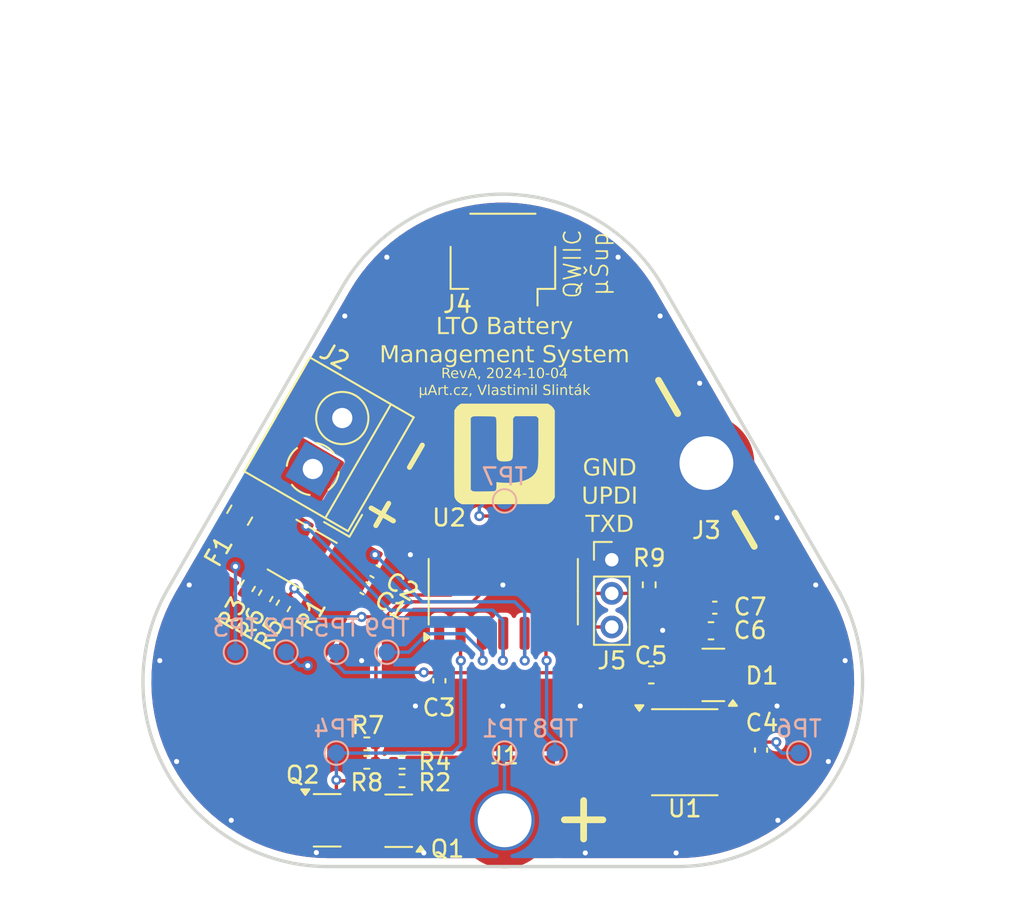
<source format=kicad_pcb>
(kicad_pcb
	(version 20240108)
	(generator "pcbnew")
	(generator_version "8.0")
	(general
		(thickness 1.09)
		(legacy_teardrops no)
	)
	(paper "A4")
	(title_block
		(title "LTO Battery Management System")
		(date "2024-10-04")
		(rev "A")
		(company "µArt.cz")
		(comment 1 "Vlastimil Slinták")
	)
	(layers
		(0 "F.Cu" signal)
		(31 "B.Cu" signal)
		(32 "B.Adhes" user "B.Adhesive")
		(33 "F.Adhes" user "F.Adhesive")
		(34 "B.Paste" user)
		(35 "F.Paste" user)
		(36 "B.SilkS" user "B.Silkscreen")
		(37 "F.SilkS" user "F.Silkscreen")
		(38 "B.Mask" user)
		(39 "F.Mask" user)
		(40 "Dwgs.User" user "User.Drawings")
		(41 "Cmts.User" user "User.Comments")
		(42 "Eco1.User" user "User.Eco1")
		(43 "Eco2.User" user "User.Eco2")
		(44 "Edge.Cuts" user)
		(45 "Margin" user)
		(46 "B.CrtYd" user "B.Courtyard")
		(47 "F.CrtYd" user "F.Courtyard")
		(48 "B.Fab" user)
		(49 "F.Fab" user)
		(50 "User.1" user)
		(51 "User.2" user)
		(52 "User.3" user)
		(53 "User.4" user)
		(54 "User.5" user)
		(55 "User.6" user)
		(56 "User.7" user)
		(57 "User.8" user)
		(58 "User.9" user)
	)
	(setup
		(stackup
			(layer "F.SilkS"
				(type "Top Silk Screen")
			)
			(layer "F.Paste"
				(type "Top Solder Paste")
			)
			(layer "F.Mask"
				(type "Top Solder Mask")
				(thickness 0.01)
			)
			(layer "F.Cu"
				(type "copper")
				(thickness 0.035)
			)
			(layer "dielectric 1"
				(type "core")
				(thickness 1)
				(material "FR4")
				(epsilon_r 4.5)
				(loss_tangent 0.02)
			)
			(layer "B.Cu"
				(type "copper")
				(thickness 0.035)
			)
			(layer "B.Mask"
				(type "Bottom Solder Mask")
				(thickness 0.01)
			)
			(layer "B.Paste"
				(type "Bottom Solder Paste")
			)
			(layer "B.SilkS"
				(type "Bottom Silk Screen")
			)
			(copper_finish "None")
			(dielectric_constraints no)
		)
		(pad_to_mask_clearance 0)
		(allow_soldermask_bridges_in_footprints no)
		(aux_axis_origin 155.254862 123.000002)
		(grid_origin 155.254862 123.000002)
		(pcbplotparams
			(layerselection 0x00010fc_ffffffff)
			(plot_on_all_layers_selection 0x0000000_00000000)
			(disableapertmacros no)
			(usegerberextensions no)
			(usegerberattributes yes)
			(usegerberadvancedattributes yes)
			(creategerberjobfile yes)
			(dashed_line_dash_ratio 12.000000)
			(dashed_line_gap_ratio 3.000000)
			(svgprecision 4)
			(plotframeref no)
			(viasonmask no)
			(mode 1)
			(useauxorigin no)
			(hpglpennumber 1)
			(hpglpenspeed 20)
			(hpglpendiameter 15.000000)
			(pdf_front_fp_property_popups yes)
			(pdf_back_fp_property_popups yes)
			(dxfpolygonmode yes)
			(dxfimperialunits yes)
			(dxfusepcbnewfont yes)
			(psnegative no)
			(psa4output no)
			(plotreference yes)
			(plotvalue yes)
			(plotfptext yes)
			(plotinvisibletext no)
			(sketchpadsonfab no)
			(subtractmaskfromsilk no)
			(outputformat 1)
			(mirror no)
			(drillshape 1)
			(scaleselection 1)
			(outputdirectory "")
		)
	)
	(net 0 "")
	(net 1 "GND")
	(net 2 "ADC_BP")
	(net 3 "Net-(U1-OSC)")
	(net 4 "Net-(D1-COM)")
	(net 5 "Net-(U1-CAP+)")
	(net 6 "VCC")
	(net 7 "+BATT")
	(net 8 "ADC_BN")
	(net 9 "SCL")
	(net 10 "SDA")
	(net 11 "Net-(Q1-D)")
	(net 12 "CUTOFF")
	(net 13 "ADC_OUT")
	(net 14 "ADC_BATT")
	(net 15 "unconnected-(U1-CAP--Pad4)")
	(net 16 "unconnected-(U1-NC-Pad1)")
	(net 17 "UPDI")
	(net 18 "Net-(U2-PA1)")
	(net 19 "Net-(U2-PB3)")
	(net 20 "Net-(U2-PA5)")
	(net 21 "TXD")
	(net 22 "Net-(J2-Pin_1)")
	(net 23 "unconnected-(J4-Pin_2-Pad2)")
	(footprint "Package_TO_SOT_SMD:SOT-23-3" (layer "F.Cu") (at 144.707362 123.000002))
	(footprint "Fuse:Fuse_0805_2012Metric" (layer "F.Cu") (at 139.504862 104.850002 60))
	(footprint "Resistor_SMD:R_0402_1005Metric" (layer "F.Cu") (at 140.004862 109.050002 60))
	(footprint "Resistor_SMD:R_0402_1005Metric" (layer "F.Cu") (at 147.064862 118.450002 180))
	(footprint "Package_TO_SOT_SMD:SOT-23" (layer "F.Cu") (at 167.667362 114.350002 180))
	(footprint "Resistor_SMD:R_0402_1005Metric" (layer "F.Cu") (at 163.854862 108.990002 -90))
	(footprint "Resistor_SMD:R_0402_1005Metric" (layer "F.Cu") (at 149.154862 120.650002 180))
	(footprint "Resistor_SMD:R_0402_1005Metric" (layer "F.Cu") (at 141.054862 109.650002 -120))
	(footprint "MountingHole:MountingHole_3.2mm_M3_ISO7380_Pad_TopOnly" (layer "F.Cu") (at 167.254862 101.750002 30))
	(footprint "Resistor_SMD:R_0402_1005Metric" (layer "F.Cu") (at 142.099862 110.241675 -120))
	(footprint "Capacitor_SMD:C_0402_1005Metric" (layer "F.Cu") (at 147.554862 108.200002 -30))
	(footprint "Package_SO:SOIC-14_3.9x8.7mm_P1.27mm" (layer "F.Cu") (at 155.177362 109.400002 90))
	(footprint "Capacitor_SMD:C_0603_1608Metric" (layer "F.Cu") (at 163.979862 114.350002 180))
	(footprint "Package_SO:SOP-8_3.9x4.9mm_P1.27mm" (layer "F.Cu") (at 165.967362 118.950002))
	(footprint "Capacitor_SMD:C_0603_1608Metric" (layer "F.Cu") (at 167.529862 111.725002 180))
	(footprint "Resistor_SMD:R_0402_1005Metric" (layer "F.Cu") (at 147.064862 119.550002 180))
	(footprint "Resistor_SMD:R_1812_4532Metric" (layer "F.Cu") (at 143.223612 107.288103 150))
	(footprint "Resistor_SMD:R_0402_1005Metric" (layer "F.Cu") (at 149.164862 119.550002 180))
	(footprint "Capacitor_SMD:C_0402_1005Metric" (layer "F.Cu") (at 151.379862 114.700002 -90))
	(footprint "TerminalBlock_4Ucon:TerminalBlock_4Ucon_1x02_P3.50mm_Horizontal" (layer "F.Cu") (at 143.854862 102.100002 60))
	(footprint "LOGO" (layer "F.Cu") (at 155.254862 101.200002))
	(footprint "Capacitor_SMD:C_0402_1005Metric" (layer "F.Cu") (at 146.954862 109.200002 -30))
	(footprint "Capacitor_SMD:C_0402_1005Metric" (layer "F.Cu") (at 167.754862 110.350002 180))
	(footprint "Connector_PinHeader_2.00mm:PinHeader_1x03_P2.00mm_Vertical" (layer "F.Cu") (at 161.629862 107.500002))
	(footprint "Package_TO_SOT_SMD:SOT-23-3" (layer "F.Cu") (at 148.962362 123.025002 180))
	(footprint "MountingHole:MountingHole_3.2mm_M3_ISO7380_Pad_TopOnly" (layer "F.Cu") (at 155.254862 123.000002))
	(footprint "Connector_JST:JST_SH_SM04B-SRSS-TB_1x04-1MP_P1.00mm_Horizontal" (layer "F.Cu") (at 155.154862 89.600002 180))
	(footprint "Capacitor_SMD:C_0402_1005Metric" (layer "F.Cu") (at 170.504862 118.825002 -90))
	(footprint "TestPoint:TestPoint_Pad_D1.0mm" (layer "B.Cu") (at 158.254862 119.000002 180))
	(footprint "TestPoint:TestPoint_Pad_D1.0mm" (layer "B.Cu") (at 172.754862 119.000002 180))
	(footprint "TestPoint:TestPoint_Pad_D1.0mm" (layer "B.Cu") (at 145.254862 113.000002 180))
	(footprint "TestPoint:TestPoint_Pad_D1.0mm" (layer "B.Cu") (at 155.254862 104.000002 180))
	(footprint "TestPoint:TestPoint_Pad_D1.0mm" (layer "B.Cu") (at 142.254862 113.000002 180))
	(footprint "TestPoint:TestPoint_Pad_D1.0mm" (layer "B.Cu") (at 145.254862 119.000002 180))
	(footprint "TestPoint:TestPoint_Pad_D1.0mm" (layer "B.Cu") (at 155.254862 119.000002 180))
	(footprint "TestPoint:TestPoint_Pad_D1.0mm" (layer "B.Cu") (at 148.254862 113.000002 180))
	(footprint "TestPoint:TestPoint_Pad_D1.0mm" (layer "B.Cu") (at 139.254862 113.000002 180))
	(gr_line
		(start 175.065766 109.249997)
		(end 164.673461 91.249998)
		(stroke
			(width 0.2)
			(type default)
		)
		(layer "Edge.Cuts")
		(uuid "26a6a087-a7d0-4089-863c-324acd3596c8")
	)
	(gr_line
		(start 144.754878 125.749999)
		(end 165.539483 125.749999)
		(stroke
			(width 0.2)
			(type default)
		)
		(layer "Edge.Cuts")
		(uuid "35835448-307c-44b5-999a-e1bd0d45675d")
	)
	(gr_arc
		(start 175.065766 109.249997)
		(mid 175.065763 120.250005)
		(end 165.539483 125.749999)
		(stroke
			(width 0.2)
			(type default)
		)
		(layer "Edge.Cuts")
		(uuid "4944fd54-7c9b-49f5-9a7a-b9c50852fa6b")
	)
	(gr_line
		(start 145.620904 91.249998)
		(end 135.228599 109.249999)
		(stroke
			(width 0.2)
			(type default)
		)
		(layer "Edge.Cuts")
		(uuid "683208fa-8199-48ae-b7b2-b4c88ca441ce")
	)
	(gr_arc
		(start 144.754878 125.749999)
		(mid 135.228583 120.250002)
		(end 135.228599 109.249999)
		(stroke
			(width 0.2)
			(type default)
		)
		(layer "Edge.Cuts")
		(uuid "a28e448f-7aae-4f3d-9d89-f7e74e245d17")
	)
	(gr_arc
		(start 145.620904 91.249998)
		(mid 155.147182 85.749997)
		(end 164.673461 91.249998)
		(stroke
			(width 0.2)
			(type default)
		)
		(layer "Edge.Cuts")
		(uuid "b6638f8f-cd85-4e56-8c41-0e3153734f6b")
	)
	(gr_text "+ -"
		(at 148.854862 103.000002 60)
		(layer "F.SilkS")
		(uuid "1a221a29-04d9-4c30-8cfd-66ad9102ea6d")
		(effects
			(font
				(size 2 2)
				(thickness 0.3)
			)
		)
	)
	(gr_text "QWIIC\nµŠup"
		(at 160.104862 89.900002 90)
		(layer "F.SilkS")
		(uuid "2f5b9f96-0f88-4d31-9c42-ac9eaf6137e9")
		(effects
			(font
				(size 1 1)
				(thickness 0.1)
			)
		)
	)
	(gr_text "Rev${REVISION}, ${ISSUE_DATE}\n${COMPANY}, ${COMMENT1}"
		(at 155.254862 97.800002 0)
		(layer "F.SilkS")
		(uuid "34f4b9c0-e4cd-471f-af9f-c22f05928556")
		(effects
			(font
				(face "Bungee")
				(size 0.6 0.6)
				(thickness 0.125)
			)
			(justify bottom)
		)
		(render_cache "RevA, 2024-10-04\nµArt.cz, Vlastimil Slinták" 0
			(polygon
				(pts
					(xy 151.568024 96.081768) (xy 151.597138 96.085956) (xy 151.625908 96.094372) (xy 151.651936 96.108644)
					(xy 151.664492 96.120085) (xy 151.681777 96.144279) (xy 151.693405 96.172182) (xy 151.699376 96.203795)
					(xy 151.700249 96.22296) (xy 151.700249 96.262235) (xy 151.698229 96.291603) (xy 151.690975 96.320152)
					(xy 151.689698 96.323344) (xy 151.671814 96.348194) (xy 151.653208 96.359541) (xy 151.682313 96.36617)
					(xy 151.709444 96.380709) (xy 151.726627 96.396617) (xy 151.743773 96.423524) (xy 151.752538 96.453367)
					(xy 151.754764 96.481467) (xy 151.754764 96.659667) (xy 151.747583 96.682821) (xy 151.724575 96.690002)
					(xy 151.594443 96.690002) (xy 151.571289 96.682821) (xy 151.564108 96.659373) (xy 151.564108 96.529534)
					(xy 151.556927 96.501983) (xy 151.532161 96.493044) (xy 151.414631 96.493044) (xy 151.414631 96.659373)
					(xy 151.407451 96.682821) (xy 151.384443 96.690002) (xy 151.255043 96.690002) (xy 151.231889 96.682821)
					(xy 151.224855 96.65952) (xy 151.224855 96.342981) (xy 151.414631 96.342981) (xy 151.477646 96.342981)
					(xy 151.505428 96.333232) (xy 151.506955 96.331111) (xy 151.514568 96.302749) (xy 151.514575 96.301655)
					(xy 151.514575 96.27176) (xy 151.507424 96.243052) (xy 151.506955 96.242304) (xy 151.478997 96.230446)
					(xy 151.477646 96.230434) (xy 151.414631 96.230434) (xy 151.414631 96.342981) (xy 151.224855 96.342981)
					(xy 151.224855 96.110853) (xy 151.231889 96.087552) (xy 151.255043 96.080371) (xy 151.534799 96.080371)
				)
			)
			(polygon
				(pts
					(xy 152.268553 96.690002) (xy 151.878742 96.690002) (xy 151.855587 96.682821) (xy 151.848553 96.65952)
					(xy 151.848553 96.110853) (xy 151.855587 96.087552) (xy 151.878742 96.080371) (xy 152.268553 96.080371)
					(xy 152.291561 96.087699) (xy 152.298742 96.111439) (xy 152.298742 96.212556) (xy 152.291561 96.236296)
					(xy 152.268553 96.243623) (xy 152.036571 96.243623) (xy 152.036571 96.305466) (xy 152.200409 96.305466)
					(xy 152.223564 96.312646) (xy 152.230744 96.335654) (xy 152.230744 96.42534) (xy 152.223564 96.448494)
					(xy 152.200409 96.455528) (xy 152.036571 96.455528) (xy 152.036571 96.52675) (xy 152.268553 96.52675)
					(xy 152.291561 96.534077) (xy 152.298742 96.557817) (xy 152.298742 96.658934) (xy 152.291561 96.682674)
				)
			)
			(polygon
				(pts
					(xy 152.755525 96.690002) (xy 152.537171 96.690002) (xy 152.510647 96.68414) (xy 152.49438 96.662011)
					(xy 152.412021 96.454649) (xy 152.40104 96.426581) (xy 152.399418 96.422116) (xy 152.391065 96.395445)
					(xy 152.386376 96.368773) (xy 152.385222 96.339329) (xy 152.385204 96.334335) (xy 152.385204 96.110853)
					(xy 152.392238 96.087552) (xy 152.415392 96.080371) (xy 152.548895 96.080371) (xy 152.573222 96.087552)
					(xy 152.581721 96.110853) (xy 152.581721 96.3443) (xy 152.583333 96.361299) (xy 152.588462 96.379032)
					(xy 152.627883 96.49744) (xy 152.633745 96.508871) (xy 152.643857 96.511802) (xy 152.653089 96.511802)
					(xy 152.663201 96.508871) (xy 152.669063 96.49744) (xy 152.708483 96.378152) (xy 152.713466 96.36042)
					(xy 152.715224 96.343421) (xy 152.715224 96.110853) (xy 152.722405 96.087552) (xy 152.745559 96.080371)
					(xy 152.877304 96.080371) (xy 152.900458 96.087552) (xy 152.907639 96.110853) (xy 152.907639 96.334335)
					(xy 152.9067 96.364223) (xy 152.90632 96.368773) (xy 152.901777 96.395445) (xy 152.893277 96.422116)
					(xy 152.882538 96.45007) (xy 152.880675 96.454649) (xy 152.798462 96.662011) (xy 152.782049 96.68414)
				)
			)
			(polygon
				(pts
					(xy 153.390507 96.087112) (xy 153.406187 96.108362) (xy 153.479167 96.300483) (xy 153.489697 96.329493)
					(xy 153.498775 96.358138) (xy 153.503933 96.377566) (xy 153.509719 96.406836) (xy 153.511993 96.436038)
					(xy 153.511993 96.65952) (xy 153.504813 96.682821) (xy 153.481659 96.690002) (xy 153.354896 96.690002)
					(xy 153.329984 96.682821) (xy 153.32207 96.659373) (xy 153.32207 96.539939) (xy 153.173473 96.539939)
					(xy 153.173473 96.659373) (xy 153.166292 96.682821) (xy 153.143138 96.690002) (xy 153.019746 96.690002)
					(xy 152.996592 96.682821) (xy 152.989558 96.65952) (xy 152.989558 96.436038) (xy 152.992062 96.404987)
					(xy 152.995043 96.389876) (xy 153.181826 96.389876) (xy 153.313717 96.389876) (xy 153.274296 96.258278)
					(xy 153.267116 96.24714) (xy 153.258323 96.243623) (xy 153.23722 96.243623) (xy 153.228428 96.24714)
					(xy 153.221393 96.258278) (xy 153.181826 96.389876) (xy 152.995043 96.389876) (xy 152.997471 96.377566)
					(xy 153.005377 96.348938) (xy 153.015292 96.319248) (xy 153.022238 96.300483) (xy 153.095364 96.108362)
					(xy 153.110751 96.087112) (xy 153.138155 96.080371) (xy 153.364129 96.080371)
				)
			)
			(polygon
				(pts
					(xy 153.709244 96.774412) (xy 153.644617 96.774412) (xy 153.621463 96.767231) (xy 153.614429 96.744223)
					(xy 153.614429 96.710811) (xy 153.621463 96.687803) (xy 153.644617 96.680623) (xy 153.702649 96.680623)
					(xy 153.719356 96.674175) (xy 153.725217 96.656149) (xy 153.725217 96.643107) (xy 153.633773 96.643107)
					(xy 153.610619 96.635926) (xy 153.603438 96.612479) (xy 153.603438 96.486156) (xy 153.610619 96.462856)
					(xy 153.633773 96.455528) (xy 153.803326 96.455528) (xy 153.826481 96.462856) (xy 153.833661 96.486156)
					(xy 153.833661 96.646038) (xy 153.831536 96.676299) (xy 153.824066 96.705439) (xy 153.809457 96.731726)
					(xy 153.799663 96.742465) (xy 153.773639 96.760653) (xy 153.745383 96.770637) (xy 153.716209 96.774287)
				)
			)
			(polygon
				(pts
					(xy 154.523305 96.690002) (xy 154.123529 96.690002) (xy 154.100374 96.682821) (xy 154.093194 96.659667)
					(xy 154.093194 96.515172) (xy 154.094337 96.483666) (xy 154.09819 96.453956) (xy 154.102866 96.434865)
					(xy 154.114516 96.406216) (xy 154.130123 96.383281) (xy 154.152158 96.363219) (xy 154.172182 96.351334)
					(xy 154.199228 96.339715) (xy 154.225085 96.331111) (xy 154.337632 96.295794) (xy 154.355657 96.285682)
					(xy 154.360347 96.265459) (xy 154.355217 96.248313) (xy 154.337632 96.243623) (xy 154.155329 96.243623)
					(xy 154.132321 96.236296) (xy 154.125141 96.212556) (xy 154.125141 96.111439) (xy 154.132321 96.087699)
					(xy 154.155329 96.080371) (xy 154.403138 96.080371) (xy 154.432827 96.082082) (xy 154.462841 96.088228)
					(xy 154.491615 96.100485) (xy 154.512754 96.116129) (xy 154.532924 96.141625) (xy 154.54469 96.169956)
					(xy 154.550069 96.199421) (xy 154.551003 96.219883) (xy 154.551003 96.298871) (xy 154.548795 96.328611)
					(xy 154.541035 96.357667) (xy 154.52586 96.384486) (xy 154.515685 96.395738) (xy 154.491227 96.415238)
					(xy 154.464982 96.430268) (xy 154.434725 96.442909) (xy 154.419991 96.447761) (xy 154.305685 96.483812)
					(xy 154.288393 96.491432) (xy 154.28385 96.509164) (xy 154.28385 96.52675) (xy 154.523305 96.52675)
					(xy 154.546313 96.534077) (xy 154.553494 96.557817) (xy 154.553494 96.658934) (xy 154.546313 96.682674)
				)
			)
			(polygon
				(pts
					(xy 154.934227 96.071595) (xy 154.964145 96.073405) (xy 154.995126 96.076949) (xy 155.025885 96.08282)
					(xy 155.029035 96.083595) (xy 155.058178 96.092445) (xy 155.085409 96.104428) (xy 155.107583 96.118766)
					(xy 155.129193 96.140224) (xy 155.144815 96.167013) (xy 155.147004 96.172842) (xy 155.154517 96.201657)
					(xy 155.157727 96.230875) (xy 155.157995 96.242744) (xy 155.157995 96.528508) (xy 155.156181 96.558638)
					(xy 155.15017 96.588435) (xy 155.147004 96.59841) (xy 155.132941 96.625815) (xy 155.112785 96.64779)
					(xy 155.107583 96.652046) (xy 155.080834 96.668453) (xy 155.052683 96.679881) (xy 155.029035 96.686777)
					(xy 154.998758 96.69287) (xy 154.968205 96.696611) (xy 154.938662 96.698593) (xy 154.906496 96.699368)
					(xy 154.901686 96.69938) (xy 154.869203 96.698777) (xy 154.839328 96.696968) (xy 154.808379 96.693424)
					(xy 154.777635 96.687553) (xy 154.774485 96.686777) (xy 154.745342 96.67797) (xy 154.718111 96.666134)
					(xy 154.695936 96.652046) (xy 154.674214 96.630816) (xy 154.658223 96.604211) (xy 154.655929 96.59841)
					(xy 154.648216 96.569595) (xy 154.644921 96.540377) (xy 154.644645 96.528508) (xy 154.644645 96.272639)
					(xy 154.834568 96.272639) (xy 154.834568 96.497001) (xy 154.845983 96.524134) (xy 154.846732 96.524844)
					(xy 154.875887 96.534795) (xy 154.901686 96.536129) (xy 154.931494 96.534266) (xy 154.956788 96.524844)
					(xy 154.968939 96.498031) (xy 154.968951 96.497001) (xy 154.968951 96.272639) (xy 154.956788 96.245528)
					(xy 154.92757 96.235578) (xy 154.901686 96.234244) (xy 154.871973 96.236107) (xy 154.846732 96.245528)
					(xy 154.834568 96.272639) (xy 154.644645 96.272639) (xy 154.644645 96.242744) (xy 154.646508 96.212614)
					(xy 154.652679 96.182817) (xy 154.655929 96.172842) (xy 154.670413 96.145268) (xy 154.690729 96.123076)
					(xy 154.695936 96.118766) (xy 154.722686 96.102074) (xy 154.750836 96.09052) (xy 154.774485 96.083595)
					(xy 154.80475 96.077503) (xy 154.835273 96.073762) (xy 154.864775 96.07178) (xy 154.896886 96.071005)
					(xy 154.901686 96.070992)
				)
			)
			(polygon
				(pts
					(xy 155.669879 96.690002) (xy 155.270102 96.690002) (xy 155.246948 96.682821) (xy 155.239767 96.659667)
					(xy 155.239767 96.515172) (xy 155.24091 96.483666) (xy 155.244764 96.453956) (xy 155.249439 96.434865)
					(xy 155.26109 96.406216) (xy 155.276697 96.383281) (xy 155.298732 96.363219) (xy 155.318756 96.351334)
					(xy 155.345802 96.339715) (xy 155.371659 96.331111) (xy 155.484206 96.295794) (xy 155.502231 96.285682)
					(xy 155.50692 96.265459) (xy 155.501791 96.248313) (xy 155.484206 96.243623) (xy 155.301903 96.243623)
					(xy 155.278895 96.236296) (xy 155.271714 96.212556) (xy 155.271714 96.111439) (xy 155.278895 96.087699)
					(xy 155.301903 96.080371) (xy 155.549712 96.080371) (xy 155.5794 96.082082) (xy 155.609415 96.088228)
					(xy 155.638189 96.100485) (xy 155.659328 96.116129) (xy 155.679498 96.141625) (xy 155.691264 96.169956)
					(xy 155.696642 96.199421) (xy 155.697576 96.219883) (xy 155.697576 96.298871) (xy 155.695369 96.328611)
					(xy 155.687609 96.357667) (xy 155.672433 96.384486) (xy 155.662259 96.395738) (xy 155.637801 96.415238)
					(xy 155.611555 96.430268) (xy 155.581299 96.442909) (xy 155.566564 96.447761) (xy 155.452259 96.483812)
					(xy 155.434966 96.491432) (xy 155.430423 96.509164) (xy 155.430423 96.52675) (xy 155.669879 96.52675)
					(xy 155.692887 96.534077) (xy 155.700067 96.557817) (xy 155.700067 96.658934) (xy 155.692887 96.682674)
				)
			)
			(polygon
				(pts
					(xy 156.086215 96.549318) (xy 155.944213 96.549318) (xy 155.910753 96.547677) (xy 155.88167 96.542754)
					(xy 155.853789 96.533109) (xy 155.826976 96.515026) (xy 155.808197 96.489824) (xy 155.797243 96.460853)
					(xy 155.792235 96.430099) (xy 155.791365 96.408487) (xy 155.791365 96.110853) (xy 155.798546 96.087552)
					(xy 155.821554 96.080371) (xy 155.951833 96.080371) (xy 155.974841 96.087552) (xy 155.982021 96.110853)
					(xy 155.982021 96.342395) (xy 155.989202 96.363498) (xy 156.008107 96.371118) (xy 156.086215 96.371118)
					(xy 156.086215 96.110853) (xy 156.09325 96.087552) (xy 156.116404 96.080371) (xy 156.245804 96.080371)
					(xy 156.268811 96.087552) (xy 156.275992 96.110853) (xy 156.275992 96.65952) (xy 156.268811 96.682821)
					(xy 156.245804 96.690002) (xy 156.116404 96.690002) (xy 156.09325 96.682821) (xy 156.086215 96.659667)
				)
			)
			(polygon
				(pts
					(xy 156.397918 96.474286) (xy 156.374764 96.466959) (xy 156.367583 96.443072) (xy 156.367583 96.327301)
					(xy 156.374764 96.303414) (xy 156.397918 96.296087) (xy 156.623012 96.296087) (xy 156.64602 96.303414)
					(xy 156.653201 96.327301) (xy 156.653201 96.443072) (xy 156.64602 96.466959) (xy 156.623012 96.474286)
				)
			)
			(polygon
				(pts
					(xy 157.111742 96.690002) (xy 156.740395 96.690002) (xy 156.717388 96.682821) (xy 156.710207 96.65952)
					(xy 156.710207 96.557231) (xy 156.717388 96.53393) (xy 156.740395 96.52675) (xy 156.834478 96.52675)
					(xy 156.834478 96.243623) (xy 156.757248 96.243623) (xy 156.734094 96.236443) (xy 156.72706 96.213142)
					(xy 156.72706 96.110853) (xy 156.734094 96.087552) (xy 156.757248 96.080371) (xy 157.000807 96.080371)
					(xy 157.023961 96.087552) (xy 157.031142 96.110853) (xy 157.031142 96.52675) (xy 157.111742 96.52675)
					(xy 157.13475 96.53393) (xy 157.141931 96.557231) (xy 157.141931 96.65952) (xy 157.13475 96.682821)
				)
			)
			(polygon
				(pts
					(xy 157.512845 96.071595) (xy 157.542764 96.073405) (xy 157.573744 96.076949) (xy 157.604503 96.08282)
					(xy 157.607653 96.083595) (xy 157.636796 96.092445) (xy 157.664027 96.104428) (xy 157.686201 96.118766)
					(xy 157.707812 96.140224) (xy 157.723433 96.167013) (xy 157.725622 96.172842) (xy 157.733136 96.201657)
					(xy 157.736345 96.230875) (xy 157.736613 96.242744) (xy 157.736613 96.528508) (xy 157.734799 96.558638)
					(xy 157.728789 96.588435) (xy 157.725622 96.59841) (xy 157.711559 96.625815) (xy 157.691404 96.64779)
					(xy 157.686201 96.652046) (xy 157.659452 96.668453) (xy 157.631302 96.679881) (xy 157.607653 96.686777)
					(xy 157.577376 96.69287) (xy 157.546823 96.696611) (xy 157.51728 96.698593) (xy 157.485114 96.699368)
					(xy 157.480305 96.69938) (xy 157.447821 96.698777) (xy 157.417946 96.696968) (xy 157.386997 96.693424)
					(xy 157.356253 96.687553) (xy 157.353103 96.686777) (xy 157.32396 96.67797) (xy 157.296729 96.666134)
					(xy 157.274555 96.652046) (xy 157.252832 96.630816) (xy 157.236841 96.604211) (xy 157.234548 96.59841)
					(xy 157.226834 96.569595) (xy 157.223539 96.540377) (xy 157.223264 96.528508) (xy 157.223264 96.272639)
					(xy 157.413187 96.272639) (xy 157.413187 96.497001) (xy 157.424602 96.524134) (xy 157.42535 96.524844)
					(xy 157.454505 96.534795) (xy 157.480305 96.536129) (xy 157.510113 96.534266) (xy 157.535406 96.524844)
					(xy 157.547557 96.498031) (xy 157.547569 96.497001) (xy 157.547569 96.272639) (xy 157.535406 96.245528)
					(xy 157.506188 96.235578) (xy 157.480305 96.234244) (xy 157.450592 96.236107) (xy 157.42535 96.245528)
					(xy 157.413187 96.272639) (xy 157.223264 96.272639) (xy 157.223264 96.242744) (xy 157.225126 96.212614)
					(xy 157.231297 96.182817) (xy 157.234548 96.172842) (xy 157.249031 96.145268) (xy 157.269347 96.123076)
					(xy 157.274555 96.118766) (xy 157.301304 96.102074) (xy 157.329454 96.09052) (xy 157.353103 96.083595)
					(xy 157.383368 96.077503) (xy 157.413891 96.073762) (xy 157.443394 96.07178) (xy 157.475504 96.071005)
					(xy 157.480305 96.070992)
				)
			)
			(polygon
				(pts
					(xy 157.848721 96.474286) (xy 157.825566 96.466959) (xy 157.818386 96.443072) (xy 157.818386 96.327301)
					(xy 157.825566 96.303414) (xy 157.848721 96.296087) (xy 158.073815 96.296087) (xy 158.096823 96.303414)
					(xy 158.104003 96.327301) (xy 158.104003 96.443072) (xy 158.096823 96.466959) (xy 158.073815 96.474286)
				)
			)
			(polygon
				(pts
					(xy 158.475358 96.071595) (xy 158.505276 96.073405) (xy 158.536256 96.076949) (xy 158.567015 96.08282)
					(xy 158.570165 96.083595) (xy 158.599308 96.092445) (xy 158.626539 96.104428) (xy 158.648714 96.118766)
					(xy 158.670324 96.140224) (xy 158.685945 96.167013) (xy 158.688134 96.172842) (xy 158.695648 96.201657)
					(xy 158.698857 96.230875) (xy 158.699125 96.242744) (xy 158.699125 96.528508) (xy 158.697311 96.558638)
					(xy 158.691301 96.588435) (xy 158.688134 96.59841) (xy 158.674072 96.625815) (xy 158.653916 96.64779)
					(xy 158.648714 96.652046) (xy 158.621964 96.668453) (xy 158.593814 96.679881) (xy 158.570165 96.686777)
					(xy 158.539888 96.69287) (xy 158.509336 96.696611) (xy 158.479792 96.698593) (xy 158.447626 96.699368)
					(xy 158.442817 96.69938) (xy 158.410333 96.698777) (xy 158.380458 96.696968) (xy 158.34951 96.693424)
					(xy 158.318765 96.687553) (xy 158.315615 96.686777) (xy 158.286472 96.67797) (xy 158.259241 96.666134)
					(xy 158.237067 96.652046) (xy 158.215344 96.630816) (xy 158.199354 96.604211) (xy 158.19706 96.59841)
					(xy 158.189346 96.569595) (xy 158.186051 96.540377) (xy 158.185776 96.528508) (xy 158.185776 96.272639)
					(xy 158.375699 96.272639) (xy 158.375699 96.497001) (xy 158.387114 96.524134) (xy 158.387862 96.524844)
					(xy 158.417017 96.534795) (xy 158.442817 96.536129) (xy 158.472625 96.534266) (xy 158.497918 96.524844)
					(xy 158.51007 96.498031) (xy 158.510081 96.497001) (xy 158.510081 96.272639) (xy 158.497918 96.245528)
					(xy 158.4687 96.235578) (xy 158.442817 96.234244) (xy 158.413104 96.236107) (xy 158.387862 96.245528)
					(xy 158.375699 96.272639) (xy 158.185776 96.272639) (xy 158.185776 96.242744) (xy 158.187638 96.212614)
					(xy 158.193809 96.182817) (xy 158.19706 96.172842) (xy 158.211543 96.145268) (xy 158.231859 96.123076)
					(xy 158.237067 96.118766) (xy 158.263816 96.102074) (xy 158.291966 96.09052) (xy 158.315615 96.083595)
					(xy 158.345881 96.077503) (xy 158.376403 96.073762) (xy 158.405906 96.07178) (xy 158.438017 96.071005)
					(xy 158.442817 96.070992)
				)
			)
			(polygon
				(pts
					(xy 159.095092 96.549318) (xy 158.953089 96.549318) (xy 158.91963 96.547677) (xy 158.890546 96.542754)
					(xy 158.862666 96.533109) (xy 158.835853 96.515026) (xy 158.817073 96.489824) (xy 158.806119 96.460853)
					(xy 158.801111 96.430099) (xy 158.800242 96.408487) (xy 158.800242 96.110853) (xy 158.807423 96.087552)
					(xy 158.83043 96.080371) (xy 158.960709 96.080371) (xy 158.983717 96.087552) (xy 158.990898 96.110853)
					(xy 158.990898 96.342395) (xy 158.998079 96.363498) (xy 159.016983 96.371118) (xy 159.095092 96.371118)
					(xy 159.095092 96.110853) (xy 159.102126 96.087552) (xy 159.12528 96.080371) (xy 159.25468 96.080371)
					(xy 159.277688 96.087552) (xy 159.284869 96.110853) (xy 159.284869 96.65952) (xy 159.277688 96.682821)
					(xy 159.25468 96.690002) (xy 159.12528 96.690002) (xy 159.102126 96.682821) (xy 159.095092 96.659667)
				)
			)
			(polygon
				(pts
					(xy 148.685364 97.741672) (xy 148.678184 97.765559) (xy 148.65503 97.773033) (xy 148.524897 97.773033)
					(xy 148.501743 97.765852) (xy 148.494708 97.742844) (xy 148.494708 97.249865) (xy 148.501743 97.226857)
					(xy 148.524897 97.219676) (xy 148.65503 97.219676) (xy 148.678184 97.226711) (xy 148.685364 97.249279)
					(xy 148.685364 97.509251) (xy 148.696209 97.536801) (xy 148.724413 97.546851) (xy 148.745888 97.547939)
					(xy 148.776031 97.545491) (xy 148.795713 97.536801) (xy 148.807144 97.509251) (xy 148.807144 97.249279)
					(xy 148.814178 97.226711) (xy 148.837332 97.219676) (xy 148.96512 97.219676) (xy 148.988128 97.226857)
					(xy 148.995309 97.249718) (xy 148.995309 97.537241) (xy 148.99364 97.567276) (xy 148.98811 97.597025)
					(xy 148.985197 97.606997) (xy 148.972111 97.634264) (xy 148.951812 97.657538) (xy 148.948561 97.660339)
					(xy 148.923984 97.676652) (xy 148.895717 97.688961) (xy 148.876753 97.694924) (xy 148.84599 97.701493)
					(xy 148.814094 97.705325) (xy 148.782394 97.707076) (xy 148.760982 97.70738) (xy 148.731556 97.706472)
					(xy 148.720535 97.705622) (xy 148.691468 97.701841) (xy 148.685364 97.700639)
				)
			)
			(polygon
				(pts
					(xy 149.488288 97.095112) (xy 149.503969 97.116362) (xy 149.576949 97.308483) (xy 149.587479 97.337493)
					(xy 149.596556 97.366138) (xy 149.601715 97.385566) (xy 149.6075 97.414836) (xy 149.609775 97.444038)
					(xy 149.609775 97.66752) (xy 149.602594 97.690821) (xy 149.57944 97.698002) (xy 149.452678 97.698002)
					(xy 149.427765 97.690821) (xy 149.419852 97.667373) (xy 149.419852 97.547939) (xy 149.271254 97.547939)
					(xy 149.271254 97.667373) (xy 149.264073 97.690821) (xy 149.240919 97.698002) (xy 149.117528 97.698002)
					(xy 149.094374 97.690821) (xy 149.087339 97.66752) (xy 149.087339 97.444038) (xy 149.089843 97.412987)
					(xy 149.092824 97.397876) (xy 149.279607 97.397876) (xy 149.411498 97.397876) (xy 149.372078 97.266278)
					(xy 149.364897 97.25514) (xy 149.356104 97.251623) (xy 149.335002 97.251623) (xy 149.326209 97.25514)
					(xy 149.319175 97.266278) (xy 149.279607 97.397876) (xy 149.092824 97.397876) (xy 149.095253 97.385566)
					(xy 149.103158 97.356938) (xy 149.113074 97.327248) (xy 149.120019 97.308483) (xy 149.193145 97.116362)
					(xy 149.208533 97.095112) (xy 149.235937 97.088371) (xy 149.46191 97.088371)
				)
			)
			(polygon
				(pts
					(xy 150.056259 97.089768) (xy 150.085373 97.093956) (xy 150.114143 97.102372) (xy 150.140171 97.116644)
					(xy 150.152727 97.128085) (xy 150.170012 97.152279) (xy 150.18164 97.180182) (xy 150.187611 97.211795)
					(xy 150.188484 97.23096) (xy 150.188484 97.270235) (xy 150.186464 97.299603) (xy 150.17921 97.328152)
					(xy 150.177933 97.331344) (xy 150.160049 97.356194) (xy 150.141443 97.367541) (xy 150.170548 97.37417)
					(xy 150.197679 97.388709) (xy 150.214862 97.404617) (xy 150.232008 97.431524) (xy 150.240773 97.461367)
					(xy 150.242999 97.489467) (xy 150.242999 97.667667) (xy 150.235818 97.690821) (xy 150.21281 97.698002)
					(xy 150.082678 97.698002) (xy 150.059524 97.690821) (xy 150.052343 97.667373) (xy 150.052343 97.537534)
					(xy 150.045162 97.509983) (xy 150.020396 97.501044) (xy 149.902866 97.501044) (xy 149.902866 97.667373)
					(xy 149.895685 97.690821) (xy 149.872678 97.698002) (xy 149.743278 97.698002) (xy 149.720124 97.690821)
					(xy 149.71309 97.66752) (xy 149.71309 97.350981) (xy 149.902866 97.350981) (xy 149.965881 97.350981)
					(xy 149.993662 97.341232) (xy 149.99519 97.339111) (xy 150.002803 97.310749) (xy 150.00281 97.309655)
					(xy 150.00281 97.27976) (xy 149.995659 97.251052) (xy 149.99519 97.250304) (xy 149.967232 97.238446)
					(xy 149.965881 97.238434) (xy 149.902866 97.238434) (xy 149.902866 97.350981) (xy 149.71309 97.350981)
					(xy 149.71309 97.118853) (xy 149.720124 97.095552) (xy 149.743278 97.088371) (xy 150.023034 97.088371)
				)
			)
			(polygon
				(pts
					(xy 150.597053 97.698002) (xy 150.461059 97.698002) (xy 150.437905 97.690821) (xy 150.430724 97.66752)
					(xy 150.430724 97.251623) (xy 150.307332 97.251623) (xy 150.284178 97.244443) (xy 150.276997 97.221142)
					(xy 150.276997 97.118853) (xy 150.284178 97.095552) (xy 150.307332 97.088371) (xy 150.75078 97.088371)
					(xy 150.773934 97.095552) (xy 150.781115 97.118853) (xy 150.781115 97.221142) (xy 150.773934 97.244443)
					(xy 150.75078 97.251623) (xy 150.627388 97.251623) (xy 150.627388 97.66752) (xy 150.620207 97.690821)
				)
			)
			(polygon
				(pts
					(xy 150.991408 97.698002) (xy 150.821854 97.698002) (xy 150.7987 97.690821) (xy 150.791519 97.667373)
					(xy 150.791519 97.494156) (xy 150.7987 97.470856) (xy 150.821854 97.463528) (xy 150.991408 97.463528)
					(xy 151.014562 97.470856) (xy 151.021743 97.494156) (xy 151.021743 97.667373) (xy 151.014562 97.690821)
				)
			)
			(polygon
				(pts
					(xy 151.528058 97.698002) (xy 151.323187 97.698002) (xy 151.291676 97.696968) (xy 151.257356 97.692997)
					(xy 151.22685 97.686049) (xy 151.196077 97.674179) (xy 151.170494 97.658255) (xy 151.167263 97.65565)
					(xy 151.145015 97.631616) (xy 151.130763 97.605899) (xy 151.121377 97.575805) (xy 151.117206 97.546528)
					(xy 151.116411 97.525224) (xy 151.116411 97.261881) (xy 151.118199 97.230496) (xy 151.124804 97.19789)
					(xy 151.136275 97.169603) (xy 151.155344 97.142566) (xy 151.167263 97.131163) (xy 151.192105 97.114489)
					(xy 151.222136 97.101911) (xy 151.252007 97.094389) (xy 151.285691 97.089876) (xy 151.316673 97.088413)
					(xy 151.323187 97.088371) (xy 151.528058 97.088371) (xy 151.551066 97.095552) (xy 151.558247 97.118853)
					(xy 151.558247 97.221142) (xy 151.551066 97.244443) (xy 151.528058 97.251623) (xy 151.359237 97.251623)
					(xy 151.329743 97.25661) (xy 151.320549 97.262175) (xy 151.308057 97.289844) (xy 151.307946 97.293682)
					(xy 151.307946 97.494303) (xy 151.317596 97.522481) (xy 151.320549 97.525078) (xy 151.34847 97.534287)
					(xy 151.359237 97.53475) (xy 151.528058 97.53475) (xy 151.551066 97.542077) (xy 151.558247 97.565524)
					(xy 151.558247 97.667227) (xy 151.551066 97.690821)
				)
			)
			(polygon
				(pts
					(xy 152.080829 97.698002) (xy 151.664199 97.698002) (xy 151.641045 97.690821) (xy 151.634011 97.66752)
					(xy 151.634011 97.553947) (xy 151.638993 97.525664) (xy 151.654967 97.501484) (xy 151.859105 97.251623)
					(xy 151.679293 97.251623) (xy 151.656139 97.244443) (xy 151.649105 97.221142) (xy 151.649105 97.118853)
					(xy 151.656139 97.095552) (xy 151.679293 97.088371) (xy 152.065734 97.088371) (xy 152.088742 97.095552)
					(xy 152.095923 97.118706) (xy 152.095923 97.244443) (xy 152.090794 97.273605) (xy 152.074967 97.297639)
					(xy 151.880061 97.53475) (xy 152.080829 97.53475) (xy 152.103836 97.542077) (xy 152.111017 97.565524)
					(xy 152.111017 97.667227) (xy 152.103836 97.690821)
				)
			)
			(polygon
				(pts
					(xy 152.301233 97.782412) (xy 152.236607 97.782412) (xy 152.213452 97.775231) (xy 152.206418 97.752223)
					(xy 152.206418 97.718811) (xy 152.213452 97.695803) (xy 152.236607 97.688623) (xy 152.294639 97.688623)
					(xy 152.311345 97.682175) (xy 152.317207 97.664149) (xy 152.317207 97.651107) (xy 152.225762 97.651107)
					(xy 152.202608 97.643926) (xy 152.195427 97.620479) (xy 152.195427 97.494156) (xy 152.202608 97.470856)
					(xy 152.225762 97.463528) (xy 152.395316 97.463528) (xy 152.41847 97.470856) (xy 152.425651 97.494156)
					(xy 152.425651 97.654038) (xy 152.423526 97.684299) (xy 152.416055 97.713439) (xy 152.401446 97.739726)
					(xy 152.391652 97.750465) (xy 152.365629 97.768653) (xy 152.337373 97.778637) (xy 152.308198 97.782287)
				)
			)
			(polygon
				(pts
					(xy 153.063271 97.698002) (xy 152.844918 97.698002) (xy 152.818393 97.69214) (xy 152.802127 97.670011)
					(xy 152.719768 97.462649) (xy 152.708786 97.434581) (xy 152.707165 97.430116) (xy 152.698812 97.403445)
					(xy 152.694122 97.376773) (xy 152.692968 97.347329) (xy 152.69295 97.342335) (xy 152.69295 97.118853)
					(xy 152.699984 97.095552) (xy 152.723138 97.088371) (xy 152.856642 97.088371) (xy 152.880968 97.095552)
					(xy 152.889468 97.118853) (xy 152.889468 97.3523) (xy 152.89108 97.369299) (xy 152.896209 97.387032)
					(xy 152.93563 97.50544) (xy 152.941491 97.516871) (xy 152.951603 97.519802) (xy 152.960836 97.519802)
					(xy 152.970947 97.516871) (xy 152.976809 97.50544) (xy 153.01623 97.386152) (xy 153.021212 97.36842)
					(xy 153.022971 97.351421) (xy 153.022971 97.118853) (xy 153.030152 97.095552) (xy 153.053306 97.088371)
					(xy 153.18505 97.088371) (xy 153.208205 97.095552) (xy 153.215385 97.118853) (xy 153.215385 97.342335)
					(xy 153.214446 97.372223) (xy 153.214066 97.376773) (xy 153.209524 97.403445) (xy 153.201024 97.430116)
					(xy 153.190285 97.45807) (xy 153.188421 97.462649) (xy 153.106209 97.670011) (xy 153.089796 97.69214)
				)
			)
			(polygon
				(pts
					(xy 153.776362 97.698002) (xy 153.348889 97.698002) (xy 153.325734 97.690821) (xy 153.3187 97.66752)
					(xy 153.3187 97.118853) (xy 153.325734 97.095552) (xy 153.348889 97.088371) (xy 153.479021 97.088371)
					(xy 153.502175 97.095552) (xy 153.509356 97.118706) (xy 153.509356 97.53475) (xy 153.624394 97.53475)
					(xy 153.624394 97.398609) (xy 153.631429 97.375454) (xy 153.654583 97.368274) (xy 153.776362 97.368274)
					(xy 153.799517 97.375601) (xy 153.806697 97.398902) (xy 153.806697 97.667373) (xy 153.799517 97.690821)
				)
			)
			(polygon
				(pts
					(xy 154.290884 97.095112) (xy 154.306565 97.116362) (xy 154.379545 97.308483) (xy 154.390074 97.337493)
					(xy 154.399152 97.366138) (xy 154.404311 97.385566) (xy 154.410096 97.414836) (xy 154.412371 97.444038)
					(xy 154.412371 97.66752) (xy 154.40519 97.690821) (xy 154.382036 97.698002) (xy 154.255274 97.698002)
					(xy 154.230361 97.690821) (xy 154.222448 97.667373) (xy 154.222448 97.547939) (xy 154.07385 97.547939)
					(xy 154.07385 97.667373) (xy 154.066669 97.690821) (xy 154.043515 97.698002) (xy 153.920124 97.698002)
					(xy 153.896969 97.690821) (xy 153.889935 97.66752) (xy 153.889935 97.444038) (xy 153.892439 97.412987)
					(xy 153.89542 97.397876) (xy 154.082203 97.397876) (xy 154.214094 97.397876) (xy 154.174674 97.266278)
					(xy 154.167493 97.25514) (xy 154.1587 97.251623) (xy 154.137598 97.251623) (xy 154.128805 97.25514)
					(xy 154.121771 97.266278) (xy 154.082203 97.397876) (xy 153.89542 97.397876) (xy 153.897849 97.385566)
					(xy 153.905754 97.356938) (xy 153.91567 97.327248) (xy 153.922615 97.308483) (xy 153.995741 97.116362)
					(xy 154.011129 97.095112) (xy 154.038533 97.088371) (xy 154.264506 97.088371)
				)
			)
			(polygon
				(pts
					(xy 154.796174 97.698002) (xy 154.53078 97.698002) (xy 154.507625 97.690674) (xy 154.500445 97.666934)
					(xy 154.500445 97.565817) (xy 154.507625 97.542077) (xy 154.53078 97.53475) (xy 154.756753 97.53475)
					(xy 154.77302 97.527569) (xy 154.778588 97.510423) (xy 154.77302 97.48932) (xy 154.756753 97.481847)
					(xy 154.630724 97.464115) (xy 154.599489 97.457689) (xy 154.571893 97.447808) (xy 154.545501 97.432779)
					(xy 154.536202 97.425573) (xy 154.517346 97.402678) (xy 154.506346 97.375343) (xy 154.501318 97.345693)
					(xy 154.500445 97.324603) (xy 154.500445 97.236383) (xy 154.502654 97.206687) (xy 154.510588 97.176647)
					(xy 154.526411 97.147823) (xy 154.546607 97.12662) (xy 154.571959 97.109886) (xy 154.601708 97.097933)
					(xy 154.631344 97.091397) (xy 154.664347 97.088521) (xy 154.674394 97.088371) (xy 154.9096 97.088371)
					(xy 154.932608 97.095699) (xy 154.939789 97.119146) (xy 154.939789 97.220849) (xy 154.932608 97.244443)
					(xy 154.9096 97.251623) (xy 154.713815 97.251623) (xy 154.696963 97.258804) (xy 154.691101 97.276976)
					(xy 154.696963 97.295587) (xy 154.713815 97.30394) (xy 154.838965 97.320793) (xy 154.870295 97.327301)
					(xy 154.898007 97.337264) (xy 154.924557 97.352385) (xy 154.933927 97.359627) (xy 154.953015 97.382551)
					(xy 154.96415 9
... [195841 chars truncated]
</source>
